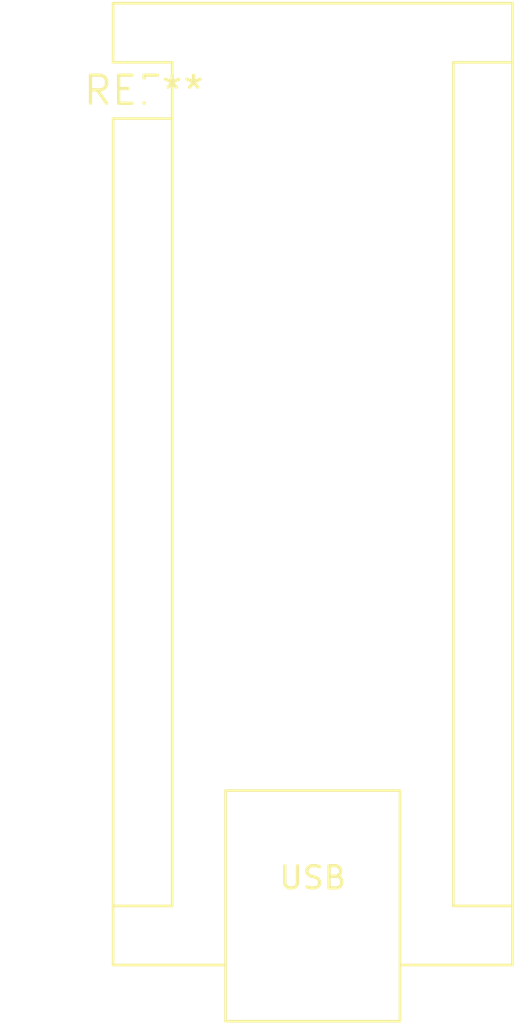
<source format=kicad_pcb>
(kicad_pcb (version 20240108) (generator pcbnew)
  (layers (0 "F.Cu" signal) (31 "B.Cu" signal) (34 "B.Paste" user) (35 "F.Paste" user) (36 "B.SilkS" user "B.Silkscreen") (37 "F.SilkS" user "F.Silkscreen") (38 "B.Mask" user) (39 "F.Mask" user) (44 "Edge.Cuts" user))
  (net 0 "")
  (footprint "Arduino_Nano" (layer "F.Cu") (at 0 0)
    (property "Reference" "REF**")
    (property "Value" "Arduino_Nano")
    (fp_line (start -1.4 -3.94) (end -1.4 -1.27) (layer "F.SilkS") (stroke (width 0.12)))
    (fp_line (start -1.4 1.27) (end -1.4 39.5) (layer "F.SilkS") (stroke (width 0.12)))
    (fp_line (start -1.4 39.5) (end 3.68 39.5) (layer "F.SilkS") (stroke (width 0.12)))
    (fp_line (start 1.27 -1.27) (end -1.4 -1.27) (layer "F.SilkS") (stroke (width 0.12)))
    (fp_line (start 1.27 1.27) (end -1.4 1.27) (layer "F.SilkS") (stroke (width 0.12)))
    (fp_line (start 1.27 1.27) (end 1.27 -1.27) (layer "F.SilkS") (stroke (width 0.12)))
    (fp_line (start 1.27 1.27) (end 1.27 36.83) (layer "F.SilkS") (stroke (width 0.12)))
    (fp_line (start 1.27 36.83) (end -1.4 36.83) (layer "F.SilkS") (stroke (width 0.12)))
    (fp_line (start 3.68 31.62) (end 11.56 31.62) (layer "F.SilkS") (stroke (width 0.12)))
    (fp_line (start 3.68 42.04) (end 3.68 31.62) (layer "F.SilkS") (stroke (width 0.12)))
    (fp_line (start 11.56 31.62) (end 11.56 42.04) (layer "F.SilkS") (stroke (width 0.12)))
    (fp_line (start 11.56 42.04) (end 3.68 42.04) (layer "F.SilkS") (stroke (width 0.12)))
    (fp_line (start 13.97 -1.27) (end 13.97 36.83) (layer "F.SilkS") (stroke (width 0.12)))
    (fp_line (start 13.97 -1.27) (end 16.64 -1.27) (layer "F.SilkS") (stroke (width 0.12)))
    (fp_line (start 13.97 36.83) (end 16.64 36.83) (layer "F.SilkS") (stroke (width 0.12)))
    (fp_line (start 16.64 -3.94) (end -1.4 -3.94) (layer "F.SilkS") (stroke (width 0.12)))
    (fp_line (start 16.64 39.5) (end 11.56 39.5) (layer "F.SilkS") (stroke (width 0.12)))
    (fp_line (start 16.64 39.5) (end 16.64 -3.94) (layer "F.SilkS") (stroke (width 0.12)))
    (fp_text user "USB" (at 7.62 35.56 0) (layer "F.SilkS"))
    (pad "1" thru_hole rect (at 0 0) (size 1.6 1.6) (drill 1) (layers *.Cu *.Mask) (remove_unused_layers))
    (pad "2" thru_hole oval (at 0 2.54) (size 1.6 1.6) (drill 1) (layers *.Cu *.Mask) (remove_unused_layers))
    (pad "3" thru_hole oval (at 0 5.08) (size 1.6 1.6) (drill 1) (layers *.Cu *.Mask) (remove_unused_layers))
    (pad "4" thru_hole oval (at 0 7.62) (size 1.6 1.6) (drill 1) (layers *.Cu *.Mask) (remove_unused_layers))
    (pad "5" thru_hole oval (at 0 10.16) (size 1.6 1.6) (drill 1) (layers *.Cu *.Mask) (remove_unused_layers))
    (pad "6" thru_hole oval (at 0 12.7) (size 1.6 1.6) (drill 1) (layers *.Cu *.Mask) (remove_unused_layers))
    (pad "7" thru_hole oval (at 0 15.24) (size 1.6 1.6) (drill 1) (layers *.Cu *.Mask) (remove_unused_layers))
    (pad "8" thru_hole oval (at 0 17.78) (size 1.6 1.6) (drill 1) (layers *.Cu *.Mask) (remove_unused_layers))
    (pad "9" thru_hole oval (at 0 20.32) (size 1.6 1.6) (drill 1) (layers *.Cu *.Mask) (remove_unused_layers))
    (pad "10" thru_hole oval (at 0 22.86) (size 1.6 1.6) (drill 1) (layers *.Cu *.Mask) (remove_unused_layers))
    (pad "11" thru_hole oval (at 0 25.4) (size 1.6 1.6) (drill 1) (layers *.Cu *.Mask) (remove_unused_layers))
    (pad "12" thru_hole oval (at 0 27.94) (size 1.6 1.6) (drill 1) (layers *.Cu *.Mask) (remove_unused_layers))
    (pad "13" thru_hole oval (at 0 30.48) (size 1.6 1.6) (drill 1) (layers *.Cu *.Mask) (remove_unused_layers))
    (pad "14" thru_hole oval (at 0 33.02) (size 1.6 1.6) (drill 1) (layers *.Cu *.Mask) (remove_unused_layers))
    (pad "15" thru_hole oval (at 0 35.56) (size 1.6 1.6) (drill 1) (layers *.Cu *.Mask) (remove_unused_layers))
    (pad "16" thru_hole oval (at 15.24 35.56) (size 1.6 1.6) (drill 1) (layers *.Cu *.Mask) (remove_unused_layers))
    (pad "17" thru_hole oval (at 15.24 33.02) (size 1.6 1.6) (drill 1) (layers *.Cu *.Mask) (remove_unused_layers))
    (pad "18" thru_hole oval (at 15.24 30.48) (size 1.6 1.6) (drill 1) (layers *.Cu *.Mask) (remove_unused_layers))
    (pad "19" thru_hole oval (at 15.24 27.94) (size 1.6 1.6) (drill 1) (layers *.Cu *.Mask) (remove_unused_layers))
    (pad "20" thru_hole oval (at 15.24 25.4) (size 1.6 1.6) (drill 1) (layers *.Cu *.Mask) (remove_unused_layers))
    (pad "21" thru_hole oval (at 15.24 22.86) (size 1.6 1.6) (drill 1) (layers *.Cu *.Mask) (remove_unused_layers))
    (pad "22" thru_hole oval (at 15.24 20.32) (size 1.6 1.6) (drill 1) (layers *.Cu *.Mask) (remove_unused_layers))
    (pad "23" thru_hole oval (at 15.24 17.78) (size 1.6 1.6) (drill 1) (layers *.Cu *.Mask) (remove_unused_layers))
    (pad "24" thru_hole oval (at 15.24 15.24) (size 1.6 1.6) (drill 1) (layers *.Cu *.Mask) (remove_unused_layers))
    (pad "25" thru_hole oval (at 15.24 12.7) (size 1.6 1.6) (drill 1) (layers *.Cu *.Mask) (remove_unused_layers))
    (pad "26" thru_hole oval (at 15.24 10.16) (size 1.6 1.6) (drill 1) (layers *.Cu *.Mask) (remove_unused_layers))
    (pad "27" thru_hole oval (at 15.24 7.62) (size 1.6 1.6) (drill 1) (layers *.Cu *.Mask) (remove_unused_layers))
    (pad "28" thru_hole oval (at 15.24 5.08) (size 1.6 1.6) (drill 1) (layers *.Cu *.Mask) (remove_unused_layers))
    (pad "29" thru_hole oval (at 15.24 2.54) (size 1.6 1.6) (drill 1) (layers *.Cu *.Mask) (remove_unused_layers))
    (pad "30" thru_hole oval (at 15.24 0) (size 1.6 1.6) (drill 1) (layers *.Cu *.Mask) (remove_unused_layers))
  )
)
</source>
